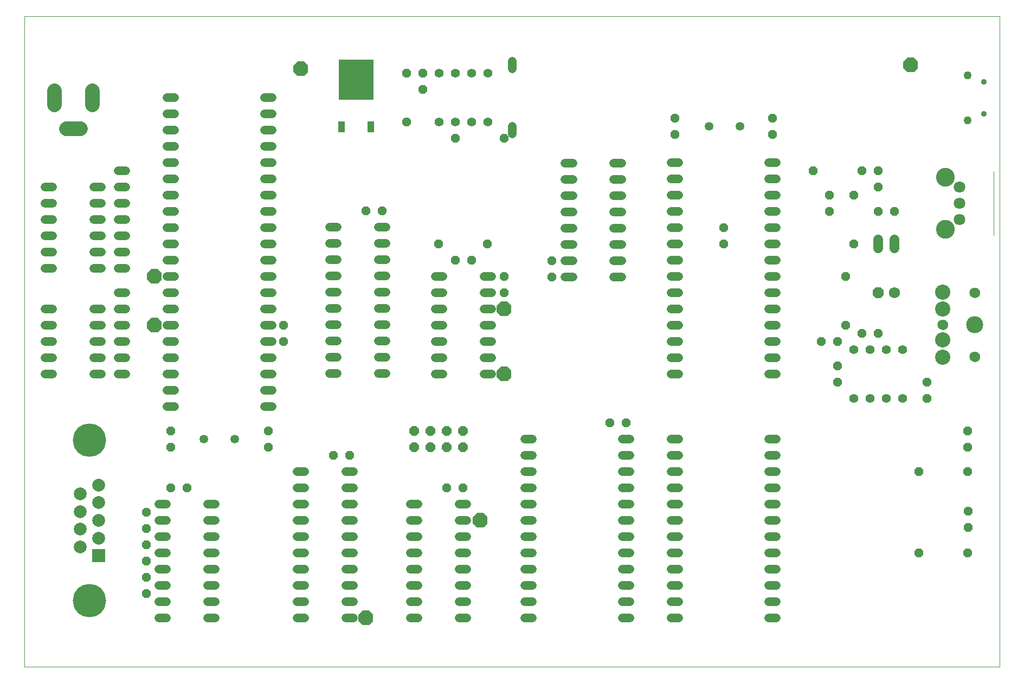
<source format=gts>
G75*
%MOIN*%
%OFA0B0*%
%FSLAX25Y25*%
%IPPOS*%
%LPD*%
%AMOC8*
5,1,8,0,0,1.08239X$1,22.5*
%
%ADD10C,0.00000*%
%ADD11OC8,0.05300*%
%ADD12OC8,0.06800*%
%ADD13C,0.06800*%
%ADD14C,0.05300*%
%ADD15C,0.05500*%
%ADD16C,0.09100*%
%ADD17R,0.07900X0.07900*%
%ADD18C,0.07900*%
%ADD19C,0.20500*%
%ADD20OC8,0.05900*%
%ADD21C,0.05900*%
%ADD22C,0.05300*%
%ADD23C,0.07100*%
%ADD24C,0.11524*%
%ADD25C,0.03500*%
%ADD26C,0.05000*%
%ADD27OC8,0.09000*%
%ADD28C,0.05224*%
%ADD29C,0.10500*%
%ADD30C,0.09358*%
%ADD31C,0.06406*%
%ADD32R,0.21760X0.24909*%
%ADD33R,0.04437X0.06799*%
D10*
X0199833Y0054300D02*
X0199833Y0454260D01*
X0799534Y0454260D01*
X0799534Y0054300D01*
X0199833Y0054300D01*
X0761565Y0264693D02*
X0761567Y0264801D01*
X0761573Y0264910D01*
X0761583Y0265018D01*
X0761597Y0265125D01*
X0761615Y0265232D01*
X0761636Y0265339D01*
X0761662Y0265444D01*
X0761692Y0265549D01*
X0761725Y0265652D01*
X0761762Y0265754D01*
X0761803Y0265854D01*
X0761847Y0265953D01*
X0761896Y0266051D01*
X0761947Y0266146D01*
X0762002Y0266239D01*
X0762061Y0266331D01*
X0762123Y0266420D01*
X0762188Y0266507D01*
X0762256Y0266591D01*
X0762327Y0266673D01*
X0762401Y0266752D01*
X0762478Y0266828D01*
X0762558Y0266902D01*
X0762641Y0266972D01*
X0762726Y0267040D01*
X0762813Y0267104D01*
X0762903Y0267165D01*
X0762995Y0267223D01*
X0763089Y0267277D01*
X0763185Y0267328D01*
X0763282Y0267375D01*
X0763382Y0267419D01*
X0763483Y0267459D01*
X0763585Y0267495D01*
X0763688Y0267527D01*
X0763793Y0267556D01*
X0763899Y0267580D01*
X0764005Y0267601D01*
X0764112Y0267618D01*
X0764220Y0267631D01*
X0764328Y0267640D01*
X0764437Y0267645D01*
X0764545Y0267646D01*
X0764654Y0267643D01*
X0764762Y0267636D01*
X0764870Y0267625D01*
X0764977Y0267610D01*
X0765084Y0267591D01*
X0765190Y0267568D01*
X0765295Y0267542D01*
X0765400Y0267511D01*
X0765502Y0267477D01*
X0765604Y0267439D01*
X0765704Y0267397D01*
X0765803Y0267352D01*
X0765900Y0267303D01*
X0765994Y0267250D01*
X0766087Y0267194D01*
X0766178Y0267135D01*
X0766267Y0267072D01*
X0766353Y0267007D01*
X0766437Y0266938D01*
X0766518Y0266866D01*
X0766596Y0266791D01*
X0766672Y0266713D01*
X0766745Y0266632D01*
X0766815Y0266549D01*
X0766881Y0266464D01*
X0766945Y0266376D01*
X0767005Y0266285D01*
X0767062Y0266193D01*
X0767115Y0266098D01*
X0767165Y0266002D01*
X0767211Y0265904D01*
X0767254Y0265804D01*
X0767293Y0265703D01*
X0767328Y0265600D01*
X0767360Y0265497D01*
X0767387Y0265392D01*
X0767411Y0265286D01*
X0767431Y0265179D01*
X0767447Y0265072D01*
X0767459Y0264964D01*
X0767467Y0264856D01*
X0767471Y0264747D01*
X0767471Y0264639D01*
X0767467Y0264530D01*
X0767459Y0264422D01*
X0767447Y0264314D01*
X0767431Y0264207D01*
X0767411Y0264100D01*
X0767387Y0263994D01*
X0767360Y0263889D01*
X0767328Y0263786D01*
X0767293Y0263683D01*
X0767254Y0263582D01*
X0767211Y0263482D01*
X0767165Y0263384D01*
X0767115Y0263288D01*
X0767062Y0263193D01*
X0767005Y0263101D01*
X0766945Y0263010D01*
X0766881Y0262922D01*
X0766815Y0262837D01*
X0766745Y0262754D01*
X0766672Y0262673D01*
X0766596Y0262595D01*
X0766518Y0262520D01*
X0766437Y0262448D01*
X0766353Y0262379D01*
X0766267Y0262314D01*
X0766178Y0262251D01*
X0766087Y0262192D01*
X0765995Y0262136D01*
X0765900Y0262083D01*
X0765803Y0262034D01*
X0765704Y0261989D01*
X0765604Y0261947D01*
X0765502Y0261909D01*
X0765400Y0261875D01*
X0765295Y0261844D01*
X0765190Y0261818D01*
X0765084Y0261795D01*
X0764977Y0261776D01*
X0764870Y0261761D01*
X0764762Y0261750D01*
X0764654Y0261743D01*
X0764545Y0261740D01*
X0764437Y0261741D01*
X0764328Y0261746D01*
X0764220Y0261755D01*
X0764112Y0261768D01*
X0764005Y0261785D01*
X0763899Y0261806D01*
X0763793Y0261830D01*
X0763688Y0261859D01*
X0763585Y0261891D01*
X0763483Y0261927D01*
X0763382Y0261967D01*
X0763282Y0262011D01*
X0763185Y0262058D01*
X0763089Y0262109D01*
X0762995Y0262163D01*
X0762903Y0262221D01*
X0762813Y0262282D01*
X0762726Y0262346D01*
X0762641Y0262414D01*
X0762558Y0262484D01*
X0762478Y0262558D01*
X0762401Y0262634D01*
X0762327Y0262713D01*
X0762256Y0262795D01*
X0762188Y0262879D01*
X0762123Y0262966D01*
X0762061Y0263055D01*
X0762002Y0263147D01*
X0761947Y0263240D01*
X0761896Y0263335D01*
X0761847Y0263433D01*
X0761803Y0263532D01*
X0761762Y0263632D01*
X0761725Y0263734D01*
X0761692Y0263837D01*
X0761662Y0263942D01*
X0761636Y0264047D01*
X0761615Y0264154D01*
X0761597Y0264261D01*
X0761583Y0264368D01*
X0761573Y0264476D01*
X0761567Y0264585D01*
X0761565Y0264693D01*
X0781250Y0245008D02*
X0781252Y0245116D01*
X0781258Y0245225D01*
X0781268Y0245333D01*
X0781282Y0245440D01*
X0781300Y0245547D01*
X0781321Y0245654D01*
X0781347Y0245759D01*
X0781377Y0245864D01*
X0781410Y0245967D01*
X0781447Y0246069D01*
X0781488Y0246169D01*
X0781532Y0246268D01*
X0781581Y0246366D01*
X0781632Y0246461D01*
X0781687Y0246554D01*
X0781746Y0246646D01*
X0781808Y0246735D01*
X0781873Y0246822D01*
X0781941Y0246906D01*
X0782012Y0246988D01*
X0782086Y0247067D01*
X0782163Y0247143D01*
X0782243Y0247217D01*
X0782326Y0247287D01*
X0782411Y0247355D01*
X0782498Y0247419D01*
X0782588Y0247480D01*
X0782680Y0247538D01*
X0782774Y0247592D01*
X0782870Y0247643D01*
X0782967Y0247690D01*
X0783067Y0247734D01*
X0783168Y0247774D01*
X0783270Y0247810D01*
X0783373Y0247842D01*
X0783478Y0247871D01*
X0783584Y0247895D01*
X0783690Y0247916D01*
X0783797Y0247933D01*
X0783905Y0247946D01*
X0784013Y0247955D01*
X0784122Y0247960D01*
X0784230Y0247961D01*
X0784339Y0247958D01*
X0784447Y0247951D01*
X0784555Y0247940D01*
X0784662Y0247925D01*
X0784769Y0247906D01*
X0784875Y0247883D01*
X0784980Y0247857D01*
X0785085Y0247826D01*
X0785187Y0247792D01*
X0785289Y0247754D01*
X0785389Y0247712D01*
X0785488Y0247667D01*
X0785585Y0247618D01*
X0785679Y0247565D01*
X0785772Y0247509D01*
X0785863Y0247450D01*
X0785952Y0247387D01*
X0786038Y0247322D01*
X0786122Y0247253D01*
X0786203Y0247181D01*
X0786281Y0247106D01*
X0786357Y0247028D01*
X0786430Y0246947D01*
X0786500Y0246864D01*
X0786566Y0246779D01*
X0786630Y0246691D01*
X0786690Y0246600D01*
X0786747Y0246508D01*
X0786800Y0246413D01*
X0786850Y0246317D01*
X0786896Y0246219D01*
X0786939Y0246119D01*
X0786978Y0246018D01*
X0787013Y0245915D01*
X0787045Y0245812D01*
X0787072Y0245707D01*
X0787096Y0245601D01*
X0787116Y0245494D01*
X0787132Y0245387D01*
X0787144Y0245279D01*
X0787152Y0245171D01*
X0787156Y0245062D01*
X0787156Y0244954D01*
X0787152Y0244845D01*
X0787144Y0244737D01*
X0787132Y0244629D01*
X0787116Y0244522D01*
X0787096Y0244415D01*
X0787072Y0244309D01*
X0787045Y0244204D01*
X0787013Y0244101D01*
X0786978Y0243998D01*
X0786939Y0243897D01*
X0786896Y0243797D01*
X0786850Y0243699D01*
X0786800Y0243603D01*
X0786747Y0243508D01*
X0786690Y0243416D01*
X0786630Y0243325D01*
X0786566Y0243237D01*
X0786500Y0243152D01*
X0786430Y0243069D01*
X0786357Y0242988D01*
X0786281Y0242910D01*
X0786203Y0242835D01*
X0786122Y0242763D01*
X0786038Y0242694D01*
X0785952Y0242629D01*
X0785863Y0242566D01*
X0785772Y0242507D01*
X0785680Y0242451D01*
X0785585Y0242398D01*
X0785488Y0242349D01*
X0785389Y0242304D01*
X0785289Y0242262D01*
X0785187Y0242224D01*
X0785085Y0242190D01*
X0784980Y0242159D01*
X0784875Y0242133D01*
X0784769Y0242110D01*
X0784662Y0242091D01*
X0784555Y0242076D01*
X0784447Y0242065D01*
X0784339Y0242058D01*
X0784230Y0242055D01*
X0784122Y0242056D01*
X0784013Y0242061D01*
X0783905Y0242070D01*
X0783797Y0242083D01*
X0783690Y0242100D01*
X0783584Y0242121D01*
X0783478Y0242145D01*
X0783373Y0242174D01*
X0783270Y0242206D01*
X0783168Y0242242D01*
X0783067Y0242282D01*
X0782967Y0242326D01*
X0782870Y0242373D01*
X0782774Y0242424D01*
X0782680Y0242478D01*
X0782588Y0242536D01*
X0782498Y0242597D01*
X0782411Y0242661D01*
X0782326Y0242729D01*
X0782243Y0242799D01*
X0782163Y0242873D01*
X0782086Y0242949D01*
X0782012Y0243028D01*
X0781941Y0243110D01*
X0781873Y0243194D01*
X0781808Y0243281D01*
X0781746Y0243370D01*
X0781687Y0243462D01*
X0781632Y0243555D01*
X0781581Y0243650D01*
X0781532Y0243748D01*
X0781488Y0243847D01*
X0781447Y0243947D01*
X0781410Y0244049D01*
X0781377Y0244152D01*
X0781347Y0244257D01*
X0781321Y0244362D01*
X0781300Y0244469D01*
X0781282Y0244576D01*
X0781268Y0244683D01*
X0781258Y0244791D01*
X0781252Y0244900D01*
X0781250Y0245008D01*
X0781250Y0284378D02*
X0781252Y0284486D01*
X0781258Y0284595D01*
X0781268Y0284703D01*
X0781282Y0284810D01*
X0781300Y0284917D01*
X0781321Y0285024D01*
X0781347Y0285129D01*
X0781377Y0285234D01*
X0781410Y0285337D01*
X0781447Y0285439D01*
X0781488Y0285539D01*
X0781532Y0285638D01*
X0781581Y0285736D01*
X0781632Y0285831D01*
X0781687Y0285924D01*
X0781746Y0286016D01*
X0781808Y0286105D01*
X0781873Y0286192D01*
X0781941Y0286276D01*
X0782012Y0286358D01*
X0782086Y0286437D01*
X0782163Y0286513D01*
X0782243Y0286587D01*
X0782326Y0286657D01*
X0782411Y0286725D01*
X0782498Y0286789D01*
X0782588Y0286850D01*
X0782680Y0286908D01*
X0782774Y0286962D01*
X0782870Y0287013D01*
X0782967Y0287060D01*
X0783067Y0287104D01*
X0783168Y0287144D01*
X0783270Y0287180D01*
X0783373Y0287212D01*
X0783478Y0287241D01*
X0783584Y0287265D01*
X0783690Y0287286D01*
X0783797Y0287303D01*
X0783905Y0287316D01*
X0784013Y0287325D01*
X0784122Y0287330D01*
X0784230Y0287331D01*
X0784339Y0287328D01*
X0784447Y0287321D01*
X0784555Y0287310D01*
X0784662Y0287295D01*
X0784769Y0287276D01*
X0784875Y0287253D01*
X0784980Y0287227D01*
X0785085Y0287196D01*
X0785187Y0287162D01*
X0785289Y0287124D01*
X0785389Y0287082D01*
X0785488Y0287037D01*
X0785585Y0286988D01*
X0785679Y0286935D01*
X0785772Y0286879D01*
X0785863Y0286820D01*
X0785952Y0286757D01*
X0786038Y0286692D01*
X0786122Y0286623D01*
X0786203Y0286551D01*
X0786281Y0286476D01*
X0786357Y0286398D01*
X0786430Y0286317D01*
X0786500Y0286234D01*
X0786566Y0286149D01*
X0786630Y0286061D01*
X0786690Y0285970D01*
X0786747Y0285878D01*
X0786800Y0285783D01*
X0786850Y0285687D01*
X0786896Y0285589D01*
X0786939Y0285489D01*
X0786978Y0285388D01*
X0787013Y0285285D01*
X0787045Y0285182D01*
X0787072Y0285077D01*
X0787096Y0284971D01*
X0787116Y0284864D01*
X0787132Y0284757D01*
X0787144Y0284649D01*
X0787152Y0284541D01*
X0787156Y0284432D01*
X0787156Y0284324D01*
X0787152Y0284215D01*
X0787144Y0284107D01*
X0787132Y0283999D01*
X0787116Y0283892D01*
X0787096Y0283785D01*
X0787072Y0283679D01*
X0787045Y0283574D01*
X0787013Y0283471D01*
X0786978Y0283368D01*
X0786939Y0283267D01*
X0786896Y0283167D01*
X0786850Y0283069D01*
X0786800Y0282973D01*
X0786747Y0282878D01*
X0786690Y0282786D01*
X0786630Y0282695D01*
X0786566Y0282607D01*
X0786500Y0282522D01*
X0786430Y0282439D01*
X0786357Y0282358D01*
X0786281Y0282280D01*
X0786203Y0282205D01*
X0786122Y0282133D01*
X0786038Y0282064D01*
X0785952Y0281999D01*
X0785863Y0281936D01*
X0785772Y0281877D01*
X0785680Y0281821D01*
X0785585Y0281768D01*
X0785488Y0281719D01*
X0785389Y0281674D01*
X0785289Y0281632D01*
X0785187Y0281594D01*
X0785085Y0281560D01*
X0784980Y0281529D01*
X0784875Y0281503D01*
X0784769Y0281480D01*
X0784662Y0281461D01*
X0784555Y0281446D01*
X0784447Y0281435D01*
X0784339Y0281428D01*
X0784230Y0281425D01*
X0784122Y0281426D01*
X0784013Y0281431D01*
X0783905Y0281440D01*
X0783797Y0281453D01*
X0783690Y0281470D01*
X0783584Y0281491D01*
X0783478Y0281515D01*
X0783373Y0281544D01*
X0783270Y0281576D01*
X0783168Y0281612D01*
X0783067Y0281652D01*
X0782967Y0281696D01*
X0782870Y0281743D01*
X0782774Y0281794D01*
X0782680Y0281848D01*
X0782588Y0281906D01*
X0782498Y0281967D01*
X0782411Y0282031D01*
X0782326Y0282099D01*
X0782243Y0282169D01*
X0782163Y0282243D01*
X0782086Y0282319D01*
X0782012Y0282398D01*
X0781941Y0282480D01*
X0781873Y0282564D01*
X0781808Y0282651D01*
X0781746Y0282740D01*
X0781687Y0282832D01*
X0781632Y0282925D01*
X0781581Y0283020D01*
X0781532Y0283118D01*
X0781488Y0283217D01*
X0781447Y0283317D01*
X0781410Y0283419D01*
X0781377Y0283522D01*
X0781347Y0283627D01*
X0781321Y0283732D01*
X0781300Y0283839D01*
X0781282Y0283946D01*
X0781268Y0284053D01*
X0781258Y0284161D01*
X0781252Y0284270D01*
X0781250Y0284378D01*
X0795699Y0319615D02*
X0795699Y0358985D01*
D11*
X0734833Y0334300D03*
X0724833Y0334300D03*
X0709833Y0344300D03*
X0694833Y0344300D03*
X0694833Y0334300D03*
X0724833Y0349300D03*
X0724833Y0359300D03*
X0714833Y0359300D03*
X0684833Y0359300D03*
X0659853Y0381674D03*
X0659853Y0391674D03*
X0599853Y0391674D03*
X0599853Y0381674D03*
X0494833Y0379300D03*
X0464833Y0379300D03*
X0434833Y0389300D03*
X0444833Y0409300D03*
X0444833Y0419300D03*
X0434833Y0419300D03*
X0419825Y0334485D03*
X0409825Y0334485D03*
X0454453Y0314300D03*
X0464713Y0304300D03*
X0474713Y0304300D03*
X0484453Y0314300D03*
X0494833Y0294300D03*
X0494833Y0284300D03*
X0524136Y0293800D03*
X0524136Y0303800D03*
X0629853Y0314174D03*
X0629853Y0324174D03*
X0704833Y0294300D03*
X0709833Y0314300D03*
X0704833Y0264300D03*
X0699833Y0254300D03*
X0689833Y0254300D03*
X0714833Y0259300D03*
X0724833Y0259300D03*
X0699833Y0239300D03*
X0699833Y0229300D03*
X0754833Y0229300D03*
X0754833Y0219300D03*
X0779833Y0199300D03*
X0779833Y0189300D03*
X0779833Y0174300D03*
X0749833Y0174300D03*
X0780333Y0149800D03*
X0780333Y0139800D03*
X0779833Y0124300D03*
X0749833Y0124300D03*
X0569766Y0204300D03*
X0559766Y0204300D03*
X0469577Y0164213D03*
X0459577Y0164213D03*
X0399833Y0184367D03*
X0389833Y0184367D03*
X0349703Y0189300D03*
X0349703Y0199300D03*
X0289703Y0199300D03*
X0289703Y0189300D03*
X0289833Y0164300D03*
X0299833Y0164300D03*
X0274833Y0149300D03*
X0274833Y0139300D03*
X0274833Y0129300D03*
X0274833Y0119300D03*
X0274833Y0109300D03*
X0274833Y0099300D03*
X0359203Y0254300D03*
X0359203Y0264300D03*
D12*
X0724833Y0284300D03*
D13*
X0734833Y0284300D03*
D14*
X0567036Y0293800D02*
X0562236Y0293800D01*
X0562236Y0303800D02*
X0567036Y0303800D01*
X0567036Y0313800D02*
X0562236Y0313800D01*
X0562236Y0323800D02*
X0567036Y0323800D01*
X0567036Y0333800D02*
X0562236Y0333800D01*
X0562236Y0343800D02*
X0567036Y0343800D01*
X0567036Y0353800D02*
X0562236Y0353800D01*
X0562236Y0363800D02*
X0567036Y0363800D01*
X0537036Y0363800D02*
X0532236Y0363800D01*
X0532236Y0353800D02*
X0537036Y0353800D01*
X0537036Y0343800D02*
X0532236Y0343800D01*
X0532236Y0333800D02*
X0537036Y0333800D01*
X0537036Y0323800D02*
X0532236Y0323800D01*
X0532236Y0313800D02*
X0537036Y0313800D01*
X0537036Y0303800D02*
X0532236Y0303800D01*
X0532236Y0293800D02*
X0537036Y0293800D01*
X0487233Y0294300D02*
X0482433Y0294300D01*
X0482433Y0284300D02*
X0487233Y0284300D01*
X0487233Y0274300D02*
X0482433Y0274300D01*
X0482433Y0264300D02*
X0487233Y0264300D01*
X0487233Y0254300D02*
X0482433Y0254300D01*
X0482433Y0244300D02*
X0487233Y0244300D01*
X0487233Y0234300D02*
X0482433Y0234300D01*
X0457233Y0234300D02*
X0452433Y0234300D01*
X0452433Y0244300D02*
X0457233Y0244300D01*
X0457233Y0254300D02*
X0452433Y0254300D01*
X0452433Y0264300D02*
X0457233Y0264300D01*
X0457233Y0274300D02*
X0452433Y0274300D01*
X0452433Y0284300D02*
X0457233Y0284300D01*
X0457233Y0294300D02*
X0452433Y0294300D01*
X0422225Y0294485D02*
X0417425Y0294485D01*
X0417425Y0304485D02*
X0422225Y0304485D01*
X0422225Y0314485D02*
X0417425Y0314485D01*
X0417425Y0324485D02*
X0422225Y0324485D01*
X0392225Y0324485D02*
X0387425Y0324485D01*
X0387425Y0314485D02*
X0392225Y0314485D01*
X0392225Y0304485D02*
X0387425Y0304485D01*
X0387425Y0294485D02*
X0392225Y0294485D01*
X0392225Y0284485D02*
X0387425Y0284485D01*
X0387425Y0274485D02*
X0392225Y0274485D01*
X0392225Y0264485D02*
X0387425Y0264485D01*
X0387425Y0254485D02*
X0392225Y0254485D01*
X0392225Y0244485D02*
X0387425Y0244485D01*
X0387425Y0234485D02*
X0392225Y0234485D01*
X0417425Y0234485D02*
X0422225Y0234485D01*
X0422225Y0244485D02*
X0417425Y0244485D01*
X0417425Y0254485D02*
X0422225Y0254485D01*
X0422225Y0264485D02*
X0417425Y0264485D01*
X0417425Y0274485D02*
X0422225Y0274485D01*
X0422225Y0284485D02*
X0417425Y0284485D01*
X0262233Y0284300D02*
X0257433Y0284300D01*
X0257433Y0274300D02*
X0262233Y0274300D01*
X0262233Y0264300D02*
X0257433Y0264300D01*
X0257433Y0254300D02*
X0262233Y0254300D01*
X0247233Y0254300D02*
X0242433Y0254300D01*
X0242433Y0264300D02*
X0247233Y0264300D01*
X0247233Y0274300D02*
X0242433Y0274300D01*
X0217233Y0274300D02*
X0212433Y0274300D01*
X0212433Y0264300D02*
X0217233Y0264300D01*
X0217233Y0254300D02*
X0212433Y0254300D01*
X0212433Y0244300D02*
X0217233Y0244300D01*
X0217233Y0234300D02*
X0212433Y0234300D01*
X0242433Y0234300D02*
X0247233Y0234300D01*
X0247233Y0244300D02*
X0242433Y0244300D01*
X0257433Y0244300D02*
X0262233Y0244300D01*
X0262233Y0234300D02*
X0257433Y0234300D01*
X0367433Y0174367D02*
X0372233Y0174367D01*
X0372233Y0164367D02*
X0367433Y0164367D01*
X0367433Y0154367D02*
X0372233Y0154367D01*
X0372233Y0144367D02*
X0367433Y0144367D01*
X0367433Y0134367D02*
X0372233Y0134367D01*
X0372233Y0124367D02*
X0367433Y0124367D01*
X0367433Y0114367D02*
X0372233Y0114367D01*
X0372233Y0104367D02*
X0367433Y0104367D01*
X0367433Y0094367D02*
X0372233Y0094367D01*
X0372233Y0084367D02*
X0367433Y0084367D01*
X0397433Y0084367D02*
X0402233Y0084367D01*
X0402233Y0094367D02*
X0397433Y0094367D01*
X0397433Y0104367D02*
X0402233Y0104367D01*
X0402233Y0114367D02*
X0397433Y0114367D01*
X0397433Y0124367D02*
X0402233Y0124367D01*
X0402233Y0134367D02*
X0397433Y0134367D01*
X0397433Y0144367D02*
X0402233Y0144367D01*
X0402233Y0154367D02*
X0397433Y0154367D01*
X0397433Y0164367D02*
X0402233Y0164367D01*
X0402233Y0174367D02*
X0397433Y0174367D01*
X0437177Y0154213D02*
X0441977Y0154213D01*
X0441977Y0144213D02*
X0437177Y0144213D01*
X0437177Y0134213D02*
X0441977Y0134213D01*
X0441977Y0124213D02*
X0437177Y0124213D01*
X0437177Y0114213D02*
X0441977Y0114213D01*
X0441977Y0104213D02*
X0437177Y0104213D01*
X0437177Y0094213D02*
X0441977Y0094213D01*
X0467177Y0094213D02*
X0471977Y0094213D01*
X0471977Y0104213D02*
X0467177Y0104213D01*
X0467177Y0114213D02*
X0471977Y0114213D01*
X0471977Y0124213D02*
X0467177Y0124213D01*
X0467177Y0134213D02*
X0471977Y0134213D01*
X0471977Y0144213D02*
X0467177Y0144213D01*
X0467177Y0154213D02*
X0471977Y0154213D01*
X0507366Y0154300D02*
X0512166Y0154300D01*
X0512166Y0164300D02*
X0507366Y0164300D01*
X0507366Y0174300D02*
X0512166Y0174300D01*
X0512166Y0184300D02*
X0507366Y0184300D01*
X0507366Y0194300D02*
X0512166Y0194300D01*
X0567366Y0194300D02*
X0572166Y0194300D01*
X0572166Y0184300D02*
X0567366Y0184300D01*
X0567366Y0174300D02*
X0572166Y0174300D01*
X0572166Y0164300D02*
X0567366Y0164300D01*
X0567366Y0154300D02*
X0572166Y0154300D01*
X0572166Y0144300D02*
X0567366Y0144300D01*
X0567366Y0134300D02*
X0572166Y0134300D01*
X0572166Y0124300D02*
X0567366Y0124300D01*
X0567366Y0114300D02*
X0572166Y0114300D01*
X0572166Y0104300D02*
X0567366Y0104300D01*
X0567366Y0094300D02*
X0572166Y0094300D01*
X0572166Y0084300D02*
X0567366Y0084300D01*
X0512166Y0084300D02*
X0507366Y0084300D01*
X0507366Y0094300D02*
X0512166Y0094300D01*
X0512166Y0104300D02*
X0507366Y0104300D01*
X0507366Y0114300D02*
X0512166Y0114300D01*
X0512166Y0124300D02*
X0507366Y0124300D01*
X0507366Y0134300D02*
X0512166Y0134300D01*
X0512166Y0144300D02*
X0507366Y0144300D01*
X0471977Y0084213D02*
X0467177Y0084213D01*
X0441977Y0084213D02*
X0437177Y0084213D01*
X0317233Y0084300D02*
X0312433Y0084300D01*
X0312433Y0094300D02*
X0317233Y0094300D01*
X0317233Y0104300D02*
X0312433Y0104300D01*
X0312433Y0114300D02*
X0317233Y0114300D01*
X0317233Y0124300D02*
X0312433Y0124300D01*
X0312433Y0134300D02*
X0317233Y0134300D01*
X0317233Y0144300D02*
X0312433Y0144300D01*
X0312433Y0154300D02*
X0317233Y0154300D01*
X0287233Y0154300D02*
X0282433Y0154300D01*
X0282433Y0144300D02*
X0287233Y0144300D01*
X0287233Y0134300D02*
X0282433Y0134300D01*
X0282433Y0124300D02*
X0287233Y0124300D01*
X0287233Y0114300D02*
X0282433Y0114300D01*
X0282433Y0104300D02*
X0287233Y0104300D01*
X0287233Y0094300D02*
X0282433Y0094300D01*
X0282433Y0084300D02*
X0287233Y0084300D01*
X0262233Y0299300D02*
X0257433Y0299300D01*
X0257433Y0309300D02*
X0262233Y0309300D01*
X0262233Y0319300D02*
X0257433Y0319300D01*
X0257433Y0329300D02*
X0262233Y0329300D01*
X0247233Y0329300D02*
X0242433Y0329300D01*
X0242433Y0319300D02*
X0247233Y0319300D01*
X0247233Y0309300D02*
X0242433Y0309300D01*
X0242433Y0299300D02*
X0247233Y0299300D01*
X0217233Y0299300D02*
X0212433Y0299300D01*
X0212433Y0309300D02*
X0217233Y0309300D01*
X0217233Y0319300D02*
X0212433Y0319300D01*
X0212433Y0329300D02*
X0217233Y0329300D01*
X0217233Y0339300D02*
X0212433Y0339300D01*
X0212433Y0349300D02*
X0217233Y0349300D01*
X0242433Y0349300D02*
X0247233Y0349300D01*
X0247233Y0339300D02*
X0242433Y0339300D01*
X0257433Y0339300D02*
X0262233Y0339300D01*
X0262233Y0349300D02*
X0257433Y0349300D01*
X0257433Y0359300D02*
X0262233Y0359300D01*
X0499833Y0381900D02*
X0499833Y0386700D01*
X0499833Y0421900D02*
X0499833Y0426700D01*
D15*
X0484833Y0419300D03*
X0474833Y0419300D03*
X0464833Y0419300D03*
X0454833Y0419300D03*
X0454833Y0389300D03*
X0464833Y0389300D03*
X0474833Y0389300D03*
X0484833Y0389300D03*
X0709833Y0249300D03*
X0719833Y0249300D03*
X0729833Y0249300D03*
X0739833Y0249300D03*
X0739833Y0219300D03*
X0729833Y0219300D03*
X0719833Y0219300D03*
X0709833Y0219300D03*
D16*
X0241644Y0400000D02*
X0241644Y0408600D01*
X0218022Y0408600D02*
X0218022Y0400000D01*
X0225533Y0385402D02*
X0234133Y0385402D01*
D17*
X0245424Y0122489D03*
D18*
X0234243Y0127961D03*
X0245424Y0133394D03*
X0234243Y0138867D03*
X0245424Y0144300D03*
X0234243Y0149733D03*
X0245424Y0155205D03*
X0234243Y0160638D03*
X0245424Y0166111D03*
D19*
X0239833Y0193512D03*
X0239833Y0095087D03*
D20*
X0439589Y0189386D03*
X0449589Y0189386D03*
X0459589Y0189386D03*
X0469589Y0189386D03*
X0469589Y0199386D03*
X0459589Y0199386D03*
X0449589Y0199386D03*
X0439589Y0199386D03*
D21*
X0724833Y0311600D02*
X0724833Y0317000D01*
X0734833Y0317000D02*
X0734833Y0311600D01*
D22*
X0639853Y0386674D03*
X0620853Y0386674D03*
X0329203Y0194300D03*
X0310203Y0194300D03*
D23*
X0774833Y0329457D03*
X0774833Y0339300D03*
X0774833Y0349142D03*
D24*
X0766172Y0355441D03*
X0766172Y0323158D03*
D25*
X0789802Y0394351D03*
X0789802Y0414036D03*
D26*
X0779959Y0417973D03*
X0779959Y0390414D03*
D27*
X0744833Y0424300D03*
X0494833Y0274300D03*
X0494833Y0234300D03*
X0480077Y0144213D03*
X0409833Y0084367D03*
X0279833Y0264300D03*
X0279703Y0294300D03*
X0369833Y0421800D03*
D28*
X0352066Y0404300D02*
X0347341Y0404300D01*
X0347341Y0394300D02*
X0352066Y0394300D01*
X0352066Y0384300D02*
X0347341Y0384300D01*
X0347341Y0374300D02*
X0352066Y0374300D01*
X0352066Y0364300D02*
X0347341Y0364300D01*
X0347341Y0354300D02*
X0352066Y0354300D01*
X0352066Y0344300D02*
X0347341Y0344300D01*
X0347341Y0334300D02*
X0352066Y0334300D01*
X0352066Y0324300D02*
X0347341Y0324300D01*
X0347341Y0314300D02*
X0352066Y0314300D01*
X0352066Y0304300D02*
X0347341Y0304300D01*
X0347341Y0294300D02*
X0352066Y0294300D01*
X0352066Y0284300D02*
X0347341Y0284300D01*
X0347341Y0274300D02*
X0352066Y0274300D01*
X0352066Y0264300D02*
X0347341Y0264300D01*
X0347341Y0254300D02*
X0352066Y0254300D01*
X0352066Y0244300D02*
X0347341Y0244300D01*
X0347341Y0234300D02*
X0352066Y0234300D01*
X0352066Y0224300D02*
X0347341Y0224300D01*
X0347341Y0214300D02*
X0352066Y0214300D01*
X0292066Y0214300D02*
X0287341Y0214300D01*
X0287341Y0224300D02*
X0292066Y0224300D01*
X0292066Y0234300D02*
X0287341Y0234300D01*
X0287341Y0244300D02*
X0292066Y0244300D01*
X0292066Y0254300D02*
X0287341Y0254300D01*
X0287341Y0264300D02*
X0292066Y0264300D01*
X0292066Y0274300D02*
X0287341Y0274300D01*
X0287341Y0284300D02*
X0292066Y0284300D01*
X0292066Y0294300D02*
X0287341Y0294300D01*
X0287341Y0304300D02*
X0292066Y0304300D01*
X0292066Y0314300D02*
X0287341Y0314300D01*
X0287341Y0324300D02*
X0292066Y0324300D01*
X0292066Y0334300D02*
X0287341Y0334300D01*
X0287341Y0344300D02*
X0292066Y0344300D01*
X0292066Y0354300D02*
X0287341Y0354300D01*
X0287341Y0364300D02*
X0292066Y0364300D01*
X0292066Y0374300D02*
X0287341Y0374300D01*
X0287341Y0384300D02*
X0292066Y0384300D01*
X0292066Y0394300D02*
X0287341Y0394300D01*
X0287341Y0404300D02*
X0292066Y0404300D01*
X0597491Y0364174D02*
X0602215Y0364174D01*
X0602215Y0354174D02*
X0597491Y0354174D01*
X0597491Y0344174D02*
X0602215Y0344174D01*
X0602215Y0334174D02*
X0597491Y0334174D01*
X0597491Y0324174D02*
X0602215Y0324174D01*
X0602215Y0314174D02*
X0597491Y0314174D01*
X0597491Y0304174D02*
X0602215Y0304174D01*
X0602215Y0294174D02*
X0597491Y0294174D01*
X0597491Y0284174D02*
X0602215Y0284174D01*
X0602215Y0274174D02*
X0597491Y0274174D01*
X0597491Y0264174D02*
X0602215Y0264174D01*
X0602215Y0254174D02*
X0597491Y0254174D01*
X0597491Y0244174D02*
X0602215Y0244174D01*
X0602215Y0234174D02*
X0597491Y0234174D01*
X0657491Y0234174D02*
X0662215Y0234174D01*
X0662215Y0244174D02*
X0657491Y0244174D01*
X0657491Y0254174D02*
X0662215Y0254174D01*
X0662215Y0264174D02*
X0657491Y0264174D01*
X0657491Y0274174D02*
X0662215Y0274174D01*
X0662215Y0284174D02*
X0657491Y0284174D01*
X0657491Y0294174D02*
X0662215Y0294174D01*
X0662215Y0304174D02*
X0657491Y0304174D01*
X0657491Y0314174D02*
X0662215Y0314174D01*
X0662215Y0324174D02*
X0657491Y0324174D01*
X0657491Y0334174D02*
X0662215Y0334174D01*
X0662215Y0344174D02*
X0657491Y0344174D01*
X0657491Y0354174D02*
X0662215Y0354174D01*
X0662215Y0364174D02*
X0657491Y0364174D01*
X0657404Y0194300D02*
X0662129Y0194300D01*
X0662129Y0184300D02*
X0657404Y0184300D01*
X0657404Y0174300D02*
X0662129Y0174300D01*
X0662129Y0164300D02*
X0657404Y0164300D01*
X0657404Y0154300D02*
X0662129Y0154300D01*
X0662129Y0144300D02*
X0657404Y0144300D01*
X0657404Y0134300D02*
X0662129Y0134300D01*
X0662129Y0124300D02*
X0657404Y0124300D01*
X0657404Y0114300D02*
X0662129Y0114300D01*
X0662129Y0104300D02*
X0657404Y0104300D01*
X0657404Y0094300D02*
X0662129Y0094300D01*
X0662129Y0084300D02*
X0657404Y0084300D01*
X0602129Y0084300D02*
X0597404Y0084300D01*
X0597404Y0094300D02*
X0602129Y0094300D01*
X0602129Y0104300D02*
X0597404Y0104300D01*
X0597404Y0114300D02*
X0602129Y0114300D01*
X0602129Y0124300D02*
X0597404Y0124300D01*
X0597404Y0134300D02*
X0602129Y0134300D01*
X0602129Y0144300D02*
X0597404Y0144300D01*
X0597404Y0154300D02*
X0602129Y0154300D01*
X0602129Y0164300D02*
X0597404Y0164300D01*
X0597404Y0174300D02*
X0602129Y0174300D01*
X0602129Y0184300D02*
X0597404Y0184300D01*
X0597404Y0194300D02*
X0602129Y0194300D01*
D29*
X0784203Y0264693D03*
D30*
X0764518Y0255245D03*
X0764518Y0244615D03*
X0764518Y0274142D03*
X0764518Y0284772D03*
D31*
X0784203Y0284378D03*
X0764518Y0264693D03*
X0784203Y0245008D03*
D32*
X0403833Y0415142D03*
D33*
X0394857Y0386402D03*
X0412810Y0386402D03*
M02*

</source>
